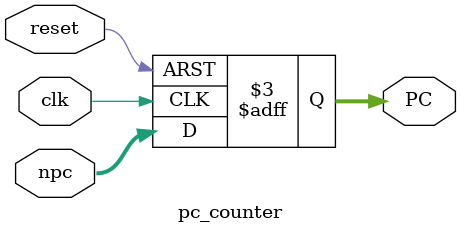
<source format=v>
`timescale 1ns / 1ps


module pc_counter(
    //
    input clk,reset, 
    input [31:0] npc,
    output reg [31:0] PC
    );       
    initial
    begin 
         PC = 32'b0;
    end
    
    always@(posedge clk or posedge reset)
    if(reset)
        begin
            PC <= 32'b0;
        end
     else
        begin
            PC <= npc;
        end
endmodule

</source>
